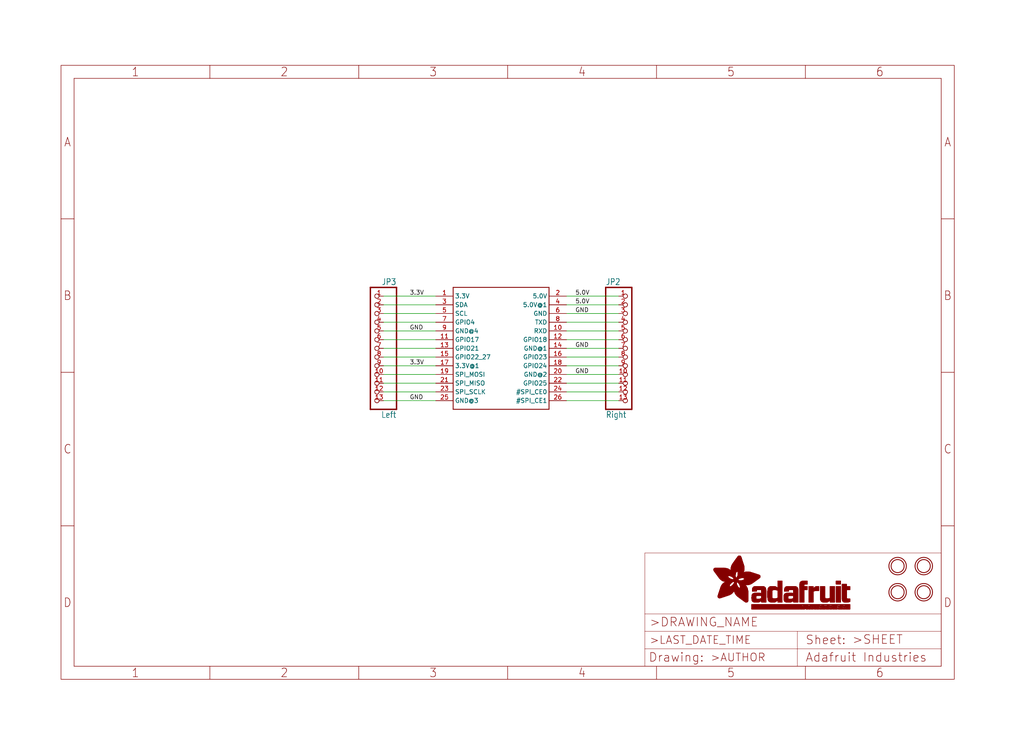
<source format=kicad_sch>
(kicad_sch (version 20211123) (generator eeschema)
  (paper "User" 298.45 217.881)
  (lib_symbols
    (symbol "schematicEagle-eagle-import:FRAME_A4_ADAFRUIT"
      (symbol "FRAME_A4_ADAFRUIT_0_0"
        (text "1" (at 21.6958 1.905 0) (effects (font (size 2.54 2.286))))
        (text "1" (at 21.6958 177.165 0) (effects (font (size 2.54 2.286))))
        (text "2" (at 65.0875 1.905 0) (effects (font (size 2.54 2.286))))
        (text "2" (at 65.0875 177.165 0) (effects (font (size 2.54 2.286))))
        (text "3" (at 108.4792 1.905 0) (effects (font (size 2.54 2.286))))
        (text "3" (at 108.4792 177.165 0) (effects (font (size 2.54 2.286))))
        (text "4" (at 151.8708 1.905 0) (effects (font (size 2.54 2.286))))
        (text "4" (at 151.8708 177.165 0) (effects (font (size 2.54 2.286))))
        (text "5" (at 195.2625 1.905 0) (effects (font (size 2.54 2.286))))
        (text "5" (at 195.2625 177.165 0) (effects (font (size 2.54 2.286))))
        (text "6" (at 238.6542 1.905 0) (effects (font (size 2.54 2.286))))
        (text "6" (at 238.6542 177.165 0) (effects (font (size 2.54 2.286))))
        (text "A" (at 1.905 156.6863 0) (effects (font (size 2.54 2.286))))
        (text "A" (at 258.445 156.6863 0) (effects (font (size 2.54 2.286))))
        (text "B" (at 1.905 111.9188 0) (effects (font (size 2.54 2.286))))
        (text "B" (at 258.445 111.9188 0) (effects (font (size 2.54 2.286))))
        (text "C" (at 1.905 67.1513 0) (effects (font (size 2.54 2.286))))
        (text "C" (at 258.445 67.1513 0) (effects (font (size 2.54 2.286))))
        (text "D" (at 1.905 22.3838 0) (effects (font (size 2.54 2.286))))
        (text "D" (at 258.445 22.3838 0) (effects (font (size 2.54 2.286))))
      )
      (symbol "FRAME_A4_ADAFRUIT_1_0"
        (text ">AUTHOR" (at 189.23 5.08 0) (effects (font (size 2.286 2.286)) (justify left bottom)))
        (text ">DRAWING_NAME" (at 171.45 15.24 0) (effects (font (size 2.54 2.54)) (justify left bottom)))
        (text ">LAST_DATE_TIME" (at 171.45 10.16 0) (effects (font (size 2.286 2.286)) (justify left bottom)))
        (text ">SHEET" (at 230.505 10.16 0) (effects (font (size 2.54 2.54)) (justify left bottom)))
        (text "Adafruit Industries" (at 216.916 4.953 0) (effects (font (size 2.54 2.54)) (justify left bottom)))
        (text "Drawing:" (at 171.196 4.953 0) (effects (font (size 2.54 2.54)) (justify left bottom)))
        (text "Sheet:" (at 216.916 10.033 0) (effects (font (size 2.54 2.54)) (justify left bottom)))
      )
    )
    (symbol "schematicEagle-eagle-import:HEADER-1X13"
      (property "Reference" "JP" (at -6.35 18.415 0))
      (property "Value" "HEADER-1X13" (at -6.35 -20.32 0))
      (symbol "HEADER-1X13_1_0"
        (pin passive inverted (at -2.54 15.24 0) (length 2.54) (name "1") (number "1"))
        (pin passive inverted (at -2.54 -7.62 0) (length 2.54) (name "10") (number "10"))
        (pin passive inverted (at -2.54 -10.16 0) (length 2.54) (name "11") (number "11"))
        (pin passive inverted (at -2.54 -12.7 0) (length 2.54) (name "12") (number "12"))
        (pin passive inverted (at -2.54 -15.24 0) (length 2.54) (name "13") (number "13"))
        (pin passive inverted (at -2.54 12.7 0) (length 2.54) (name "2") (number "2"))
        (pin passive inverted (at -2.54 10.16 0) (length 2.54) (name "3") (number "3"))
        (pin passive inverted (at -2.54 7.62 0) (length 2.54) (name "4") (number "4"))
        (pin passive inverted (at -2.54 5.08 0) (length 2.54) (name "5") (number "5"))
        (pin passive inverted (at -2.54 2.54 0) (length 2.54) (name "6") (number "6"))
        (pin passive inverted (at -2.54 0 0) (length 2.54) (name "7") (number "7"))
        (pin passive inverted (at -2.54 -2.54 0) (length 2.54) (name "8") (number "8"))
        (pin passive inverted (at -2.54 -5.08 0) (length 2.54) (name "9") (number "9"))
      )
    )
    (symbol "schematicEagle-eagle-import:MOUNTINGHOLE2.5")
    (symbol "schematicEagle-eagle-import:RASBERRYPI_IDC"
      (symbol "RASBERRYPI_IDC_1_0"
        (pin power_in line (at -17.78 15.24 0) (length 5.08) (name "3.3V") (number "1"))
        (pin input line (at 20.32 5.08 180) (length 5.08) (name "RXD") (number "10"))
        (pin bidirectional line (at -17.78 2.54 0) (length 5.08) (name "GPIO17") (number "11"))
        (pin bidirectional line (at 20.32 2.54 180) (length 5.08) (name "GPIO18") (number "12"))
        (pin bidirectional line (at -17.78 0 0) (length 5.08) (name "GPIO21") (number "13"))
        (pin power_in line (at 20.32 0 180) (length 5.08) (name "GND@1") (number "14"))
        (pin bidirectional line (at -17.78 -2.54 0) (length 5.08) (name "GPIO22_27") (number "15"))
        (pin bidirectional line (at 20.32 -2.54 180) (length 5.08) (name "GPIO23") (number "16"))
        (pin power_in line (at -17.78 -5.08 0) (length 5.08) (name "3.3V@1") (number "17"))
        (pin bidirectional line (at 20.32 -5.08 180) (length 5.08) (name "GPIO24") (number "18"))
        (pin bidirectional line (at -17.78 -7.62 0) (length 5.08) (name "SPI_MOSI") (number "19"))
        (pin power_in line (at 20.32 15.24 180) (length 5.08) (name "5.0V") (number "2"))
        (pin power_in line (at 20.32 -7.62 180) (length 5.08) (name "GND@2") (number "20"))
        (pin input line (at -17.78 -10.16 0) (length 5.08) (name "SPI_MISO") (number "21"))
        (pin bidirectional line (at 20.32 -10.16 180) (length 5.08) (name "GPIO25") (number "22"))
        (pin bidirectional line (at -17.78 -12.7 0) (length 5.08) (name "SPI_SCLK") (number "23"))
        (pin bidirectional line (at 20.32 -12.7 180) (length 5.08) (name "#SPI_CE0") (number "24"))
        (pin power_in line (at -17.78 -15.24 0) (length 5.08) (name "GND@3") (number "25"))
        (pin bidirectional line (at 20.32 -15.24 180) (length 5.08) (name "#SPI_CE1") (number "26"))
        (pin bidirectional line (at -17.78 12.7 0) (length 5.08) (name "SDA") (number "3"))
        (pin power_in line (at 20.32 12.7 180) (length 5.08) (name "5.0V@1") (number "4"))
        (pin bidirectional line (at -17.78 10.16 0) (length 5.08) (name "SCL") (number "5"))
        (pin power_in line (at 20.32 10.16 180) (length 5.08) (name "GND") (number "6"))
        (pin bidirectional line (at -17.78 7.62 0) (length 5.08) (name "GPIO4") (number "7"))
        (pin output line (at 20.32 7.62 180) (length 5.08) (name "TXD") (number "8"))
        (pin power_in line (at -17.78 5.08 0) (length 5.08) (name "GND@4") (number "9"))
      )
    )
  )
  (wire (pts (xy 127 93.98) (xy 111.76 93.98)))
  (wire (pts (xy 165.1 101.6) (xy 180.34 101.6)))
  (wire (pts (xy 165.1 96.52) (xy 180.34 96.52)))
  (wire (pts (xy 165.1 109.22) (xy 180.34 109.22)))
  (wire (pts (xy 165.1 86.36) (xy 180.34 86.36)))
  (wire (pts (xy 165.1 88.9) (xy 180.34 88.9)))
  (wire (pts (xy 165.1 99.06) (xy 180.34 99.06)))
  (wire (pts (xy 127 104.14) (xy 111.76 104.14)))
  (wire (pts (xy 165.1 111.76) (xy 180.34 111.76)))
  (wire (pts (xy 127 109.22) (xy 111.76 109.22)))
  (wire (pts (xy 127 99.06) (xy 111.76 99.06)))
  (wire (pts (xy 127 111.76) (xy 111.76 111.76)))
  (wire (pts (xy 127 106.68) (xy 111.76 106.68)))
  (wire (pts (xy 165.1 106.68) (xy 180.34 106.68)))
  (wire (pts (xy 165.1 116.84) (xy 180.34 116.84)))
  (wire (pts (xy 127 86.36) (xy 111.76 86.36)))
  (wire (pts (xy 165.1 104.14) (xy 180.34 104.14)))
  (wire (pts (xy 165.1 93.98) (xy 180.34 93.98)))
  (wire (pts (xy 127 91.44) (xy 111.76 91.44)))
  (wire (pts (xy 127 101.6) (xy 111.76 101.6)))
  (wire (pts (xy 127 116.84) (xy 111.76 116.84)))
  (wire (pts (xy 127 88.9) (xy 111.76 88.9)))
  (wire (pts (xy 165.1 91.44) (xy 180.34 91.44)))
  (wire (pts (xy 127 114.3) (xy 111.76 114.3)))
  (wire (pts (xy 127 96.52) (xy 111.76 96.52)))
  (wire (pts (xy 165.1 114.3) (xy 180.34 114.3)))
  (label "GND" (at 167.64 109.22 0) (effects (font (size 1.2446 1.2446))))
  (label "GND" (at 119.38 96.52 0) (effects (font (size 1.2446 1.2446))))
  (label "GND" (at 167.64 91.44 0) (effects (font (size 1.2446 1.2446))))
  (label "3.3V" (at 119.38 86.36 0) (effects (font (size 1.2446 1.2446))))
  (label "GND" (at 119.38 116.84 0) (effects (font (size 1.2446 1.2446))))
  (label "3.3V" (at 119.38 106.68 0) (effects (font (size 1.2446 1.2446))))
  (label "GND" (at 167.64 101.6 0) (effects (font (size 1.2446 1.2446))))
  (label "5.0V" (at 167.64 86.36 0) (effects (font (size 1.2446 1.2446))))
  (label "5.0V" (at 167.64 88.9 0) (effects (font (size 1.2446 1.2446))))
  (symbol (lib_id "schematicEagle-eagle-import:MOUNTINGHOLE2.5") (at 261.62 165.1 0) (unit 1)
    (property "Reference" "U$3" (effects hide))
    (property "Value" "MOUNTINGHOLE2.5" (effects hide))
    (property "Footprint" "schematicEagle:MOUNTINGHOLE_2.5_PLATED" (effects hide))
  )
  (symbol (lib_id "schematicEagle-eagle-import:MOUNTINGHOLE2.5") (at 269.24 172.72 0) (unit 1)
    (property "Reference" "U$5" (effects hide))
    (property "Value" "MOUNTINGHOLE2.5" (effects hide))
    (property "Footprint" "schematicEagle:MOUNTINGHOLE_2.5_PLATED" (effects hide))
  )
  (symbol (lib_id "schematicEagle-eagle-import:HEADER-1X13") (at 109.22 101.6 0) (mirror y) (unit 1)
    (property "Reference" "JP3" (at 115.57 83.185 0) (effects (font (size 1.778 1.5113)) (justify left bottom)))
    (property "Value" "Left" (at 115.57 121.92 0) (effects (font (size 1.778 1.5113)) (justify left bottom)))
    (property "Footprint" "schematicEagle:1X13_ROUND_70" (effects hide))
  )
  (symbol (lib_id "schematicEagle-eagle-import:FRAME_A4_ADAFRUIT") (at 17.78 198.12 0) (unit 1)
    (property "Reference" "#U$1" (effects hide))
    (property "Value" "FRAME_A4_ADAFRUIT" (effects hide))
    (property "Footprint" "schematicEagle:" (effects hide))
  )
  (symbol (lib_id "schematicEagle-eagle-import:MOUNTINGHOLE2.5") (at 269.24 165.1 0) (unit 1)
    (property "Reference" "U$2" (effects hide))
    (property "Value" "MOUNTINGHOLE2.5" (effects hide))
    (property "Footprint" "schematicEagle:MOUNTINGHOLE_2.5_PLATED" (effects hide))
  )
  (symbol (lib_id "schematicEagle-eagle-import:MOUNTINGHOLE2.5") (at 261.62 172.72 0) (unit 1)
    (property "Reference" "U$4" (effects hide))
    (property "Value" "MOUNTINGHOLE2.5" (effects hide))
    (property "Footprint" "schematicEagle:MOUNTINGHOLE_2.5_PLATED" (effects hide))
  )
  (symbol (lib_id "schematicEagle-eagle-import:RASBERRYPI_IDC") (at 144.78 101.6 0) (unit 1)
    (property "Reference" "JP1" (effects hide))
    (property "Value" "PI" (effects hide))
    (property "Footprint" "schematicEagle:RASBERRYPI_IDC" (effects hide))
  )
  (symbol (lib_id "schematicEagle-eagle-import:HEADER-1X13") (at 182.88 101.6 0) (unit 1)
    (property "Reference" "JP2" (at 176.53 83.185 0) (effects (font (size 1.778 1.5113)) (justify left bottom)))
    (property "Value" "Right" (at 176.53 121.92 0) (effects (font (size 1.778 1.5113)) (justify left bottom)))
    (property "Footprint" "schematicEagle:1X13_ROUND_70" (effects hide))
  )
)
</source>
